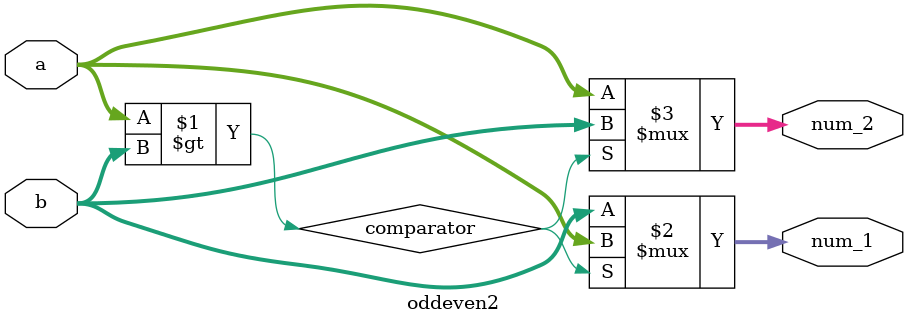
<source format=v>
module oddeven2 
#(parameter BW = 8)
(
   input  [BW-1:0] a,
   input  [BW-1:0] b,
   output [BW-1:0] num_1,
   output [BW-1:0] num_2
   );

wire comparator;

   assign comparator = a>b;
   assign num_1= comparator ? a : b;
   assign num_2= comparator ? b : a;
endmodule   
   
   
</source>
